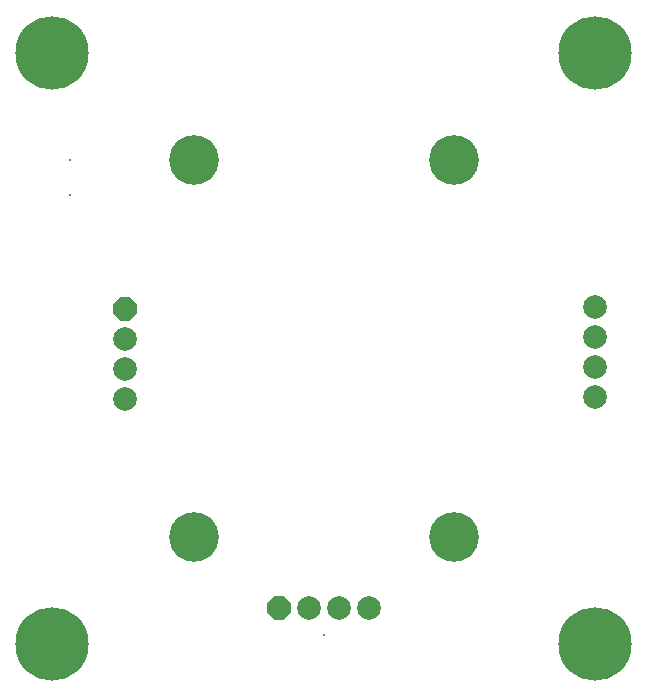
<source format=gbs>
G04 Layer_Color=16711935*
%FSLAX44Y44*%
%MOMM*%
G71*
G01*
G75*
%ADD27C,6.2032*%
%ADD28C,2.0032*%
%ADD29P,2.1683X8X292.5*%
%ADD30C,0.2032*%
%ADD31P,2.1683X8X22.5*%
G04:AMPARAMS|DCode=32|XSize=0.2032mm|YSize=0.2032mm|CornerRadius=0mm|HoleSize=0mm|Usage=FLASHONLY|Rotation=0.000|XOffset=0mm|YOffset=0mm|HoleType=Round|Shape=RoundedRectangle|*
%AMROUNDEDRECTD32*
21,1,0.2032,0.2032,0,0,0.0*
21,1,0.2032,0.2032,0,0,0.0*
1,1,0.0000,0.1016,-0.1016*
1,1,0.0000,-0.1016,-0.1016*
1,1,0.0000,-0.1016,0.1016*
1,1,0.0000,0.1016,0.1016*
%
%ADD32ROUNDEDRECTD32*%
%ADD33C,4.2032*%
D27*
X505000Y550000D02*
D03*
X45000D02*
D03*
Y50000D02*
D03*
X505000D02*
D03*
D28*
Y335400D02*
D03*
Y259200D02*
D03*
Y284600D02*
D03*
Y310000D02*
D03*
X107000Y307950D02*
D03*
Y282550D02*
D03*
Y257150D02*
D03*
X313100Y80000D02*
D03*
X287700D02*
D03*
X262300D02*
D03*
D29*
X107000Y333350D02*
D03*
D30*
X60000Y429760D02*
D03*
Y459760D02*
D03*
D31*
X236900Y80000D02*
D03*
D32*
X275000Y57200D02*
D03*
D33*
X165000Y460000D02*
D03*
Y140000D02*
D03*
X385000D02*
D03*
Y460000D02*
D03*
M02*

</source>
